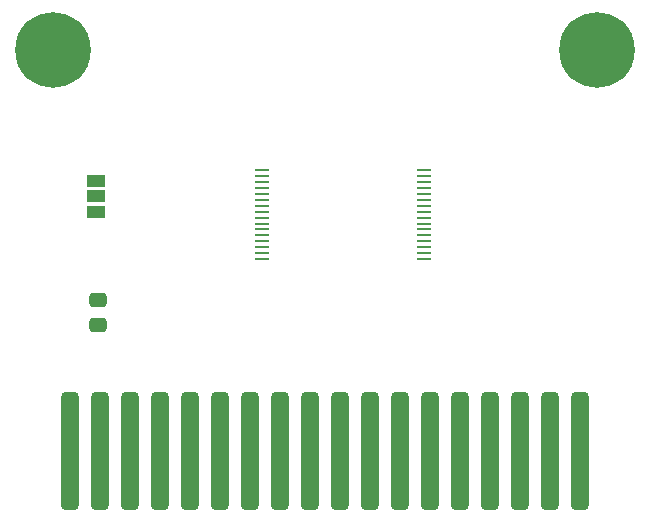
<source format=gbr>
%TF.GenerationSoftware,KiCad,Pcbnew,(6.0.7-1)-1*%
%TF.CreationDate,2023-01-18T18:12:49-08:00*%
%TF.ProjectId,QCard,51436172-642e-46b6-9963-61645f706362,1903842*%
%TF.SameCoordinates,Original*%
%TF.FileFunction,Soldermask,Top*%
%TF.FilePolarity,Negative*%
%FSLAX46Y46*%
G04 Gerber Fmt 4.6, Leading zero omitted, Abs format (unit mm)*
G04 Created by KiCad (PCBNEW (6.0.7-1)-1) date 2023-01-18 18:12:49*
%MOMM*%
%LPD*%
G01*
G04 APERTURE LIST*
G04 Aperture macros list*
%AMRoundRect*
0 Rectangle with rounded corners*
0 $1 Rounding radius*
0 $2 $3 $4 $5 $6 $7 $8 $9 X,Y pos of 4 corners*
0 Add a 4 corners polygon primitive as box body*
4,1,4,$2,$3,$4,$5,$6,$7,$8,$9,$2,$3,0*
0 Add four circle primitives for the rounded corners*
1,1,$1+$1,$2,$3*
1,1,$1+$1,$4,$5*
1,1,$1+$1,$6,$7*
1,1,$1+$1,$8,$9*
0 Add four rect primitives between the rounded corners*
20,1,$1+$1,$2,$3,$4,$5,0*
20,1,$1+$1,$4,$5,$6,$7,0*
20,1,$1+$1,$6,$7,$8,$9,0*
20,1,$1+$1,$8,$9,$2,$3,0*%
G04 Aperture macros list end*
%ADD10R,1.500000X1.000000*%
%ADD11C,6.400000*%
%ADD12R,1.200899X0.279400*%
%ADD13RoundRect,0.375000X-0.375000X-4.625000X0.375000X-4.625000X0.375000X4.625000X-0.375000X4.625000X0*%
%ADD14RoundRect,0.250000X-0.475000X0.337500X-0.475000X-0.337500X0.475000X-0.337500X0.475000X0.337500X0*%
G04 APERTURE END LIST*
D10*
%TO.C,JP1*%
X58100000Y-68700000D03*
X58100000Y-67400000D03*
X58100000Y-66100000D03*
%TD*%
D11*
%TO.C,REF\u002A\u002A*%
X54500000Y-55000000D03*
%TD*%
D12*
%TO.C,U1*%
X72201377Y-65202500D03*
X72201377Y-65702499D03*
X72201377Y-66202500D03*
X72201377Y-66702499D03*
X72201377Y-67202501D03*
X72201377Y-67702500D03*
X72201377Y-68202499D03*
X72201377Y-68702500D03*
X72201377Y-69202500D03*
X72201377Y-69702501D03*
X72201377Y-70202500D03*
X72201377Y-70702499D03*
X72201377Y-71202501D03*
X72201377Y-71702500D03*
X72201377Y-72202501D03*
X72201377Y-72702500D03*
X85899073Y-72702500D03*
X85899073Y-72202501D03*
X85899073Y-71702500D03*
X85899073Y-71202501D03*
X85899073Y-70702499D03*
X85899073Y-70202500D03*
X85899073Y-69702501D03*
X85899073Y-69202500D03*
X85899073Y-68702500D03*
X85899073Y-68202499D03*
X85899073Y-67702500D03*
X85899073Y-67202501D03*
X85899073Y-66702499D03*
X85899073Y-66202500D03*
X85899073Y-65702499D03*
X85899073Y-65202500D03*
%TD*%
D11*
%TO.C,REF\u002A\u002A*%
X100500000Y-55000000D03*
%TD*%
D13*
%TO.C,J1*%
X55910000Y-89000000D03*
X58450000Y-89000000D03*
X60990000Y-89000000D03*
X63530000Y-89000000D03*
X66070000Y-89000000D03*
X68610000Y-89000000D03*
X71150000Y-89000000D03*
X73690000Y-89000000D03*
X76230000Y-89000000D03*
X78770000Y-89000000D03*
X81310000Y-89000000D03*
X83850000Y-89000000D03*
X86390000Y-89000000D03*
X88930000Y-89000000D03*
X91470000Y-89000000D03*
X94010000Y-89000000D03*
X96550000Y-89000000D03*
X99090000Y-89000000D03*
%TD*%
D14*
%TO.C,C1*%
X58300000Y-76200000D03*
X58300000Y-78275000D03*
%TD*%
M02*

</source>
